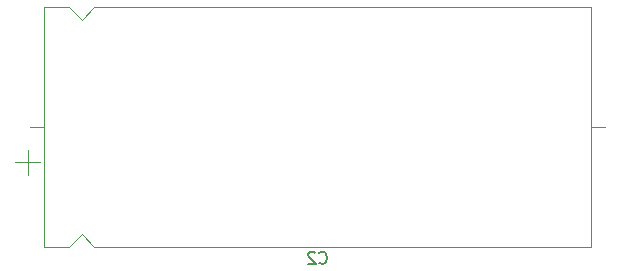
<source format=gbr>
%TF.GenerationSoftware,KiCad,Pcbnew,(6.0.0)*%
%TF.CreationDate,2022-01-24T17:49:48-05:00*%
%TF.ProjectId,crusader 2 backplane,63727573-6164-4657-9220-32206261636b,rev?*%
%TF.SameCoordinates,Original*%
%TF.FileFunction,Legend,Bot*%
%TF.FilePolarity,Positive*%
%FSLAX46Y46*%
G04 Gerber Fmt 4.6, Leading zero omitted, Abs format (unit mm)*
G04 Created by KiCad (PCBNEW (6.0.0)) date 2022-01-24 17:49:48*
%MOMM*%
%LPD*%
G01*
G04 APERTURE LIST*
%ADD10C,0.150000*%
%ADD11C,0.120000*%
G04 APERTURE END LIST*
D10*
%TO.C,C2*%
X121924666Y-54911142D02*
X121972285Y-54958761D01*
X122115142Y-55006380D01*
X122210380Y-55006380D01*
X122353238Y-54958761D01*
X122448476Y-54863523D01*
X122496095Y-54768285D01*
X122543714Y-54577809D01*
X122543714Y-54434952D01*
X122496095Y-54244476D01*
X122448476Y-54149238D01*
X122353238Y-54054000D01*
X122210380Y-54006380D01*
X122115142Y-54006380D01*
X121972285Y-54054000D01*
X121924666Y-54101619D01*
X121543714Y-54101619D02*
X121496095Y-54054000D01*
X121400857Y-54006380D01*
X121162761Y-54006380D01*
X121067523Y-54054000D01*
X121019904Y-54101619D01*
X120972285Y-54196857D01*
X120972285Y-54292095D01*
X121019904Y-54434952D01*
X121591333Y-55006380D01*
X120972285Y-55006380D01*
D11*
X100738000Y-53554000D02*
X101788000Y-52504000D01*
X98638000Y-53554000D02*
X98638000Y-33314000D01*
X98638000Y-53554000D02*
X100738000Y-53554000D01*
X96188000Y-46434000D02*
X98288000Y-46434000D01*
X101788000Y-34364000D02*
X102838000Y-33314000D01*
X144878000Y-53554000D02*
X144878000Y-33314000D01*
X101788000Y-52504000D02*
X102838000Y-53554000D01*
X98638000Y-33314000D02*
X100738000Y-33314000D01*
X97238000Y-47484000D02*
X97238000Y-45384000D01*
X102838000Y-53554000D02*
X144878000Y-53554000D01*
X146118000Y-43434000D02*
X144878000Y-43434000D01*
X100738000Y-33314000D02*
X101788000Y-34364000D01*
X97398000Y-43434000D02*
X98638000Y-43434000D01*
X102838000Y-33314000D02*
X144878000Y-33314000D01*
%TD*%
M02*

</source>
